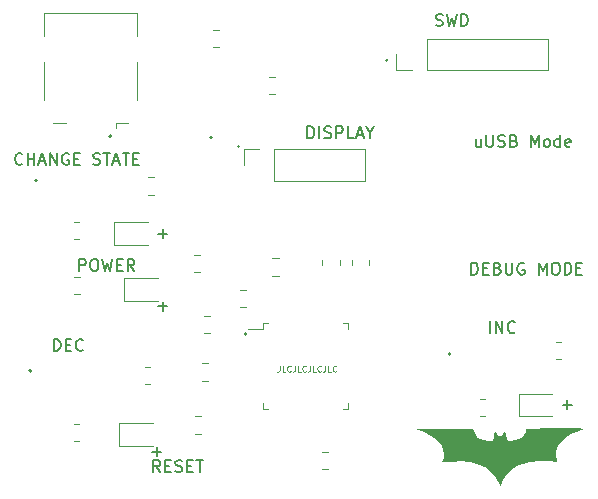
<source format=gbr>
%TF.GenerationSoftware,KiCad,Pcbnew,(6.0.1)*%
%TF.CreationDate,2022-04-19T02:49:18-05:00*%
%TF.ProjectId,pcb_w_STM32F030C8T6,7063625f-775f-4535-944d-333246303330,rev?*%
%TF.SameCoordinates,Original*%
%TF.FileFunction,Legend,Top*%
%TF.FilePolarity,Positive*%
%FSLAX46Y46*%
G04 Gerber Fmt 4.6, Leading zero omitted, Abs format (unit mm)*
G04 Created by KiCad (PCBNEW (6.0.1)) date 2022-04-19 02:49:18*
%MOMM*%
%LPD*%
G01*
G04 APERTURE LIST*
%ADD10C,0.125000*%
%ADD11C,0.150000*%
%ADD12C,0.120000*%
G04 APERTURE END LIST*
D10*
X66915476Y-96976190D02*
X66915476Y-97333333D01*
X66891666Y-97404761D01*
X66844047Y-97452380D01*
X66772619Y-97476190D01*
X66725000Y-97476190D01*
X67391666Y-97476190D02*
X67153571Y-97476190D01*
X67153571Y-96976190D01*
X67844047Y-97428571D02*
X67820238Y-97452380D01*
X67748809Y-97476190D01*
X67701190Y-97476190D01*
X67629761Y-97452380D01*
X67582142Y-97404761D01*
X67558333Y-97357142D01*
X67534523Y-97261904D01*
X67534523Y-97190476D01*
X67558333Y-97095238D01*
X67582142Y-97047619D01*
X67629761Y-97000000D01*
X67701190Y-96976190D01*
X67748809Y-96976190D01*
X67820238Y-97000000D01*
X67844047Y-97023809D01*
X68201190Y-96976190D02*
X68201190Y-97333333D01*
X68177380Y-97404761D01*
X68129761Y-97452380D01*
X68058333Y-97476190D01*
X68010714Y-97476190D01*
X68677380Y-97476190D02*
X68439285Y-97476190D01*
X68439285Y-96976190D01*
X69129761Y-97428571D02*
X69105952Y-97452380D01*
X69034523Y-97476190D01*
X68986904Y-97476190D01*
X68915476Y-97452380D01*
X68867857Y-97404761D01*
X68844047Y-97357142D01*
X68820238Y-97261904D01*
X68820238Y-97190476D01*
X68844047Y-97095238D01*
X68867857Y-97047619D01*
X68915476Y-97000000D01*
X68986904Y-96976190D01*
X69034523Y-96976190D01*
X69105952Y-97000000D01*
X69129761Y-97023809D01*
X69486904Y-96976190D02*
X69486904Y-97333333D01*
X69463095Y-97404761D01*
X69415476Y-97452380D01*
X69344047Y-97476190D01*
X69296428Y-97476190D01*
X69963095Y-97476190D02*
X69725000Y-97476190D01*
X69725000Y-96976190D01*
X70415476Y-97428571D02*
X70391666Y-97452380D01*
X70320238Y-97476190D01*
X70272619Y-97476190D01*
X70201190Y-97452380D01*
X70153571Y-97404761D01*
X70129761Y-97357142D01*
X70105952Y-97261904D01*
X70105952Y-97190476D01*
X70129761Y-97095238D01*
X70153571Y-97047619D01*
X70201190Y-97000000D01*
X70272619Y-96976190D01*
X70320238Y-96976190D01*
X70391666Y-97000000D01*
X70415476Y-97023809D01*
X70772619Y-96976190D02*
X70772619Y-97333333D01*
X70748809Y-97404761D01*
X70701190Y-97452380D01*
X70629761Y-97476190D01*
X70582142Y-97476190D01*
X71248809Y-97476190D02*
X71010714Y-97476190D01*
X71010714Y-96976190D01*
X71701190Y-97428571D02*
X71677380Y-97452380D01*
X71605952Y-97476190D01*
X71558333Y-97476190D01*
X71486904Y-97452380D01*
X71439285Y-97404761D01*
X71415476Y-97357142D01*
X71391666Y-97261904D01*
X71391666Y-97190476D01*
X71415476Y-97095238D01*
X71439285Y-97047619D01*
X71486904Y-97000000D01*
X71558333Y-96976190D01*
X71605952Y-96976190D01*
X71677380Y-97000000D01*
X71701190Y-97023809D01*
D11*
X45903078Y-97400000D02*
G75*
G03*
X45903078Y-97400000I-103078J0D01*
G01*
X81390139Y-95950000D02*
G75*
G03*
X81390139Y-95950000I-90139J0D01*
G01*
X46379057Y-81300000D02*
G75*
G03*
X46379057Y-81300000I-79057J0D01*
G01*
X61145711Y-77650000D02*
G75*
G03*
X61145711Y-77650000I-70711J0D01*
G01*
X56644047Y-91946428D02*
X57405952Y-91946428D01*
X57025000Y-92327380D02*
X57025000Y-91565476D01*
X56119047Y-104271428D02*
X56880952Y-104271428D01*
X56500000Y-104652380D02*
X56500000Y-103890476D01*
X90869047Y-100271428D02*
X91630952Y-100271428D01*
X91250000Y-100652380D02*
X91250000Y-99890476D01*
X56644047Y-85796428D02*
X57405952Y-85796428D01*
X57025000Y-86177380D02*
X57025000Y-85415476D01*
X52640139Y-77525000D02*
G75*
G03*
X52640139Y-77525000I-90139J0D01*
G01*
X63500000Y-78400000D02*
G75*
G03*
X63500000Y-78400000I-75000J0D01*
G01*
X76054057Y-71100000D02*
G75*
G03*
X76054057Y-71100000I-79057J0D01*
G01*
X64075000Y-94275000D02*
G75*
G03*
X64075000Y-94275000I-75000J0D01*
G01*
X84726190Y-94202380D02*
X84726190Y-93202380D01*
X85202380Y-94202380D02*
X85202380Y-93202380D01*
X85773809Y-94202380D01*
X85773809Y-93202380D01*
X86821428Y-94107142D02*
X86773809Y-94154761D01*
X86630952Y-94202380D01*
X86535714Y-94202380D01*
X86392857Y-94154761D01*
X86297619Y-94059523D01*
X86250000Y-93964285D01*
X86202380Y-93773809D01*
X86202380Y-93630952D01*
X86250000Y-93440476D01*
X86297619Y-93345238D01*
X86392857Y-93250000D01*
X86535714Y-93202380D01*
X86630952Y-93202380D01*
X86773809Y-93250000D01*
X86821428Y-93297619D01*
X83928571Y-77785714D02*
X83928571Y-78452380D01*
X83500000Y-77785714D02*
X83500000Y-78309523D01*
X83547619Y-78404761D01*
X83642857Y-78452380D01*
X83785714Y-78452380D01*
X83880952Y-78404761D01*
X83928571Y-78357142D01*
X84404761Y-77452380D02*
X84404761Y-78261904D01*
X84452380Y-78357142D01*
X84500000Y-78404761D01*
X84595238Y-78452380D01*
X84785714Y-78452380D01*
X84880952Y-78404761D01*
X84928571Y-78357142D01*
X84976190Y-78261904D01*
X84976190Y-77452380D01*
X85404761Y-78404761D02*
X85547619Y-78452380D01*
X85785714Y-78452380D01*
X85880952Y-78404761D01*
X85928571Y-78357142D01*
X85976190Y-78261904D01*
X85976190Y-78166666D01*
X85928571Y-78071428D01*
X85880952Y-78023809D01*
X85785714Y-77976190D01*
X85595238Y-77928571D01*
X85500000Y-77880952D01*
X85452380Y-77833333D01*
X85404761Y-77738095D01*
X85404761Y-77642857D01*
X85452380Y-77547619D01*
X85500000Y-77500000D01*
X85595238Y-77452380D01*
X85833333Y-77452380D01*
X85976190Y-77500000D01*
X86738095Y-77928571D02*
X86880952Y-77976190D01*
X86928571Y-78023809D01*
X86976190Y-78119047D01*
X86976190Y-78261904D01*
X86928571Y-78357142D01*
X86880952Y-78404761D01*
X86785714Y-78452380D01*
X86404761Y-78452380D01*
X86404761Y-77452380D01*
X86738095Y-77452380D01*
X86833333Y-77500000D01*
X86880952Y-77547619D01*
X86928571Y-77642857D01*
X86928571Y-77738095D01*
X86880952Y-77833333D01*
X86833333Y-77880952D01*
X86738095Y-77928571D01*
X86404761Y-77928571D01*
X88166666Y-78452380D02*
X88166666Y-77452380D01*
X88500000Y-78166666D01*
X88833333Y-77452380D01*
X88833333Y-78452380D01*
X89452380Y-78452380D02*
X89357142Y-78404761D01*
X89309523Y-78357142D01*
X89261904Y-78261904D01*
X89261904Y-77976190D01*
X89309523Y-77880952D01*
X89357142Y-77833333D01*
X89452380Y-77785714D01*
X89595238Y-77785714D01*
X89690476Y-77833333D01*
X89738095Y-77880952D01*
X89785714Y-77976190D01*
X89785714Y-78261904D01*
X89738095Y-78357142D01*
X89690476Y-78404761D01*
X89595238Y-78452380D01*
X89452380Y-78452380D01*
X90642857Y-78452380D02*
X90642857Y-77452380D01*
X90642857Y-78404761D02*
X90547619Y-78452380D01*
X90357142Y-78452380D01*
X90261904Y-78404761D01*
X90214285Y-78357142D01*
X90166666Y-78261904D01*
X90166666Y-77976190D01*
X90214285Y-77880952D01*
X90261904Y-77833333D01*
X90357142Y-77785714D01*
X90547619Y-77785714D01*
X90642857Y-77833333D01*
X91500000Y-78404761D02*
X91404761Y-78452380D01*
X91214285Y-78452380D01*
X91119047Y-78404761D01*
X91071428Y-78309523D01*
X91071428Y-77928571D01*
X91119047Y-77833333D01*
X91214285Y-77785714D01*
X91404761Y-77785714D01*
X91500000Y-77833333D01*
X91547619Y-77928571D01*
X91547619Y-78023809D01*
X91071428Y-78119047D01*
X56797619Y-105952380D02*
X56464285Y-105476190D01*
X56226190Y-105952380D02*
X56226190Y-104952380D01*
X56607142Y-104952380D01*
X56702380Y-105000000D01*
X56750000Y-105047619D01*
X56797619Y-105142857D01*
X56797619Y-105285714D01*
X56750000Y-105380952D01*
X56702380Y-105428571D01*
X56607142Y-105476190D01*
X56226190Y-105476190D01*
X57226190Y-105428571D02*
X57559523Y-105428571D01*
X57702380Y-105952380D02*
X57226190Y-105952380D01*
X57226190Y-104952380D01*
X57702380Y-104952380D01*
X58083333Y-105904761D02*
X58226190Y-105952380D01*
X58464285Y-105952380D01*
X58559523Y-105904761D01*
X58607142Y-105857142D01*
X58654761Y-105761904D01*
X58654761Y-105666666D01*
X58607142Y-105571428D01*
X58559523Y-105523809D01*
X58464285Y-105476190D01*
X58273809Y-105428571D01*
X58178571Y-105380952D01*
X58130952Y-105333333D01*
X58083333Y-105238095D01*
X58083333Y-105142857D01*
X58130952Y-105047619D01*
X58178571Y-105000000D01*
X58273809Y-104952380D01*
X58511904Y-104952380D01*
X58654761Y-105000000D01*
X59083333Y-105428571D02*
X59416666Y-105428571D01*
X59559523Y-105952380D02*
X59083333Y-105952380D01*
X59083333Y-104952380D01*
X59559523Y-104952380D01*
X59845238Y-104952380D02*
X60416666Y-104952380D01*
X60130952Y-105952380D02*
X60130952Y-104952380D01*
X47785714Y-95702380D02*
X47785714Y-94702380D01*
X48023809Y-94702380D01*
X48166666Y-94750000D01*
X48261904Y-94845238D01*
X48309523Y-94940476D01*
X48357142Y-95130952D01*
X48357142Y-95273809D01*
X48309523Y-95464285D01*
X48261904Y-95559523D01*
X48166666Y-95654761D01*
X48023809Y-95702380D01*
X47785714Y-95702380D01*
X48785714Y-95178571D02*
X49119047Y-95178571D01*
X49261904Y-95702380D02*
X48785714Y-95702380D01*
X48785714Y-94702380D01*
X49261904Y-94702380D01*
X50261904Y-95607142D02*
X50214285Y-95654761D01*
X50071428Y-95702380D01*
X49976190Y-95702380D01*
X49833333Y-95654761D01*
X49738095Y-95559523D01*
X49690476Y-95464285D01*
X49642857Y-95273809D01*
X49642857Y-95130952D01*
X49690476Y-94940476D01*
X49738095Y-94845238D01*
X49833333Y-94750000D01*
X49976190Y-94702380D01*
X50071428Y-94702380D01*
X50214285Y-94750000D01*
X50261904Y-94797619D01*
X80142857Y-68154761D02*
X80285714Y-68202380D01*
X80523809Y-68202380D01*
X80619047Y-68154761D01*
X80666666Y-68107142D01*
X80714285Y-68011904D01*
X80714285Y-67916666D01*
X80666666Y-67821428D01*
X80619047Y-67773809D01*
X80523809Y-67726190D01*
X80333333Y-67678571D01*
X80238095Y-67630952D01*
X80190476Y-67583333D01*
X80142857Y-67488095D01*
X80142857Y-67392857D01*
X80190476Y-67297619D01*
X80238095Y-67250000D01*
X80333333Y-67202380D01*
X80571428Y-67202380D01*
X80714285Y-67250000D01*
X81047619Y-67202380D02*
X81285714Y-68202380D01*
X81476190Y-67488095D01*
X81666666Y-68202380D01*
X81904761Y-67202380D01*
X82285714Y-68202380D02*
X82285714Y-67202380D01*
X82523809Y-67202380D01*
X82666666Y-67250000D01*
X82761904Y-67345238D01*
X82809523Y-67440476D01*
X82857142Y-67630952D01*
X82857142Y-67773809D01*
X82809523Y-67964285D01*
X82761904Y-68059523D01*
X82666666Y-68154761D01*
X82523809Y-68202380D01*
X82285714Y-68202380D01*
X69261904Y-77702380D02*
X69261904Y-76702380D01*
X69500000Y-76702380D01*
X69642857Y-76750000D01*
X69738095Y-76845238D01*
X69785714Y-76940476D01*
X69833333Y-77130952D01*
X69833333Y-77273809D01*
X69785714Y-77464285D01*
X69738095Y-77559523D01*
X69642857Y-77654761D01*
X69500000Y-77702380D01*
X69261904Y-77702380D01*
X70261904Y-77702380D02*
X70261904Y-76702380D01*
X70690476Y-77654761D02*
X70833333Y-77702380D01*
X71071428Y-77702380D01*
X71166666Y-77654761D01*
X71214285Y-77607142D01*
X71261904Y-77511904D01*
X71261904Y-77416666D01*
X71214285Y-77321428D01*
X71166666Y-77273809D01*
X71071428Y-77226190D01*
X70880952Y-77178571D01*
X70785714Y-77130952D01*
X70738095Y-77083333D01*
X70690476Y-76988095D01*
X70690476Y-76892857D01*
X70738095Y-76797619D01*
X70785714Y-76750000D01*
X70880952Y-76702380D01*
X71119047Y-76702380D01*
X71261904Y-76750000D01*
X71690476Y-77702380D02*
X71690476Y-76702380D01*
X72071428Y-76702380D01*
X72166666Y-76750000D01*
X72214285Y-76797619D01*
X72261904Y-76892857D01*
X72261904Y-77035714D01*
X72214285Y-77130952D01*
X72166666Y-77178571D01*
X72071428Y-77226190D01*
X71690476Y-77226190D01*
X73166666Y-77702380D02*
X72690476Y-77702380D01*
X72690476Y-76702380D01*
X73452380Y-77416666D02*
X73928571Y-77416666D01*
X73357142Y-77702380D02*
X73690476Y-76702380D01*
X74023809Y-77702380D01*
X74547619Y-77226190D02*
X74547619Y-77702380D01*
X74214285Y-76702380D02*
X74547619Y-77226190D01*
X74880952Y-76702380D01*
X49940476Y-88952380D02*
X49940476Y-87952380D01*
X50321428Y-87952380D01*
X50416666Y-88000000D01*
X50464285Y-88047619D01*
X50511904Y-88142857D01*
X50511904Y-88285714D01*
X50464285Y-88380952D01*
X50416666Y-88428571D01*
X50321428Y-88476190D01*
X49940476Y-88476190D01*
X51130952Y-87952380D02*
X51321428Y-87952380D01*
X51416666Y-88000000D01*
X51511904Y-88095238D01*
X51559523Y-88285714D01*
X51559523Y-88619047D01*
X51511904Y-88809523D01*
X51416666Y-88904761D01*
X51321428Y-88952380D01*
X51130952Y-88952380D01*
X51035714Y-88904761D01*
X50940476Y-88809523D01*
X50892857Y-88619047D01*
X50892857Y-88285714D01*
X50940476Y-88095238D01*
X51035714Y-88000000D01*
X51130952Y-87952380D01*
X51892857Y-87952380D02*
X52130952Y-88952380D01*
X52321428Y-88238095D01*
X52511904Y-88952380D01*
X52750000Y-87952380D01*
X53130952Y-88428571D02*
X53464285Y-88428571D01*
X53607142Y-88952380D02*
X53130952Y-88952380D01*
X53130952Y-87952380D01*
X53607142Y-87952380D01*
X54607142Y-88952380D02*
X54273809Y-88476190D01*
X54035714Y-88952380D02*
X54035714Y-87952380D01*
X54416666Y-87952380D01*
X54511904Y-88000000D01*
X54559523Y-88047619D01*
X54607142Y-88142857D01*
X54607142Y-88285714D01*
X54559523Y-88380952D01*
X54511904Y-88428571D01*
X54416666Y-88476190D01*
X54035714Y-88476190D01*
X83133333Y-89252380D02*
X83133333Y-88252380D01*
X83371428Y-88252380D01*
X83514285Y-88300000D01*
X83609523Y-88395238D01*
X83657142Y-88490476D01*
X83704761Y-88680952D01*
X83704761Y-88823809D01*
X83657142Y-89014285D01*
X83609523Y-89109523D01*
X83514285Y-89204761D01*
X83371428Y-89252380D01*
X83133333Y-89252380D01*
X84133333Y-88728571D02*
X84466666Y-88728571D01*
X84609523Y-89252380D02*
X84133333Y-89252380D01*
X84133333Y-88252380D01*
X84609523Y-88252380D01*
X85371428Y-88728571D02*
X85514285Y-88776190D01*
X85561904Y-88823809D01*
X85609523Y-88919047D01*
X85609523Y-89061904D01*
X85561904Y-89157142D01*
X85514285Y-89204761D01*
X85419047Y-89252380D01*
X85038095Y-89252380D01*
X85038095Y-88252380D01*
X85371428Y-88252380D01*
X85466666Y-88300000D01*
X85514285Y-88347619D01*
X85561904Y-88442857D01*
X85561904Y-88538095D01*
X85514285Y-88633333D01*
X85466666Y-88680952D01*
X85371428Y-88728571D01*
X85038095Y-88728571D01*
X86038095Y-88252380D02*
X86038095Y-89061904D01*
X86085714Y-89157142D01*
X86133333Y-89204761D01*
X86228571Y-89252380D01*
X86419047Y-89252380D01*
X86514285Y-89204761D01*
X86561904Y-89157142D01*
X86609523Y-89061904D01*
X86609523Y-88252380D01*
X87609523Y-88300000D02*
X87514285Y-88252380D01*
X87371428Y-88252380D01*
X87228571Y-88300000D01*
X87133333Y-88395238D01*
X87085714Y-88490476D01*
X87038095Y-88680952D01*
X87038095Y-88823809D01*
X87085714Y-89014285D01*
X87133333Y-89109523D01*
X87228571Y-89204761D01*
X87371428Y-89252380D01*
X87466666Y-89252380D01*
X87609523Y-89204761D01*
X87657142Y-89157142D01*
X87657142Y-88823809D01*
X87466666Y-88823809D01*
X88847619Y-89252380D02*
X88847619Y-88252380D01*
X89180952Y-88966666D01*
X89514285Y-88252380D01*
X89514285Y-89252380D01*
X90180952Y-88252380D02*
X90371428Y-88252380D01*
X90466666Y-88300000D01*
X90561904Y-88395238D01*
X90609523Y-88585714D01*
X90609523Y-88919047D01*
X90561904Y-89109523D01*
X90466666Y-89204761D01*
X90371428Y-89252380D01*
X90180952Y-89252380D01*
X90085714Y-89204761D01*
X89990476Y-89109523D01*
X89942857Y-88919047D01*
X89942857Y-88585714D01*
X89990476Y-88395238D01*
X90085714Y-88300000D01*
X90180952Y-88252380D01*
X91038095Y-89252380D02*
X91038095Y-88252380D01*
X91276190Y-88252380D01*
X91419047Y-88300000D01*
X91514285Y-88395238D01*
X91561904Y-88490476D01*
X91609523Y-88680952D01*
X91609523Y-88823809D01*
X91561904Y-89014285D01*
X91514285Y-89109523D01*
X91419047Y-89204761D01*
X91276190Y-89252380D01*
X91038095Y-89252380D01*
X92038095Y-88728571D02*
X92371428Y-88728571D01*
X92514285Y-89252380D02*
X92038095Y-89252380D01*
X92038095Y-88252380D01*
X92514285Y-88252380D01*
X45130952Y-79857142D02*
X45083333Y-79904761D01*
X44940476Y-79952380D01*
X44845238Y-79952380D01*
X44702380Y-79904761D01*
X44607142Y-79809523D01*
X44559523Y-79714285D01*
X44511904Y-79523809D01*
X44511904Y-79380952D01*
X44559523Y-79190476D01*
X44607142Y-79095238D01*
X44702380Y-79000000D01*
X44845238Y-78952380D01*
X44940476Y-78952380D01*
X45083333Y-79000000D01*
X45130952Y-79047619D01*
X45559523Y-79952380D02*
X45559523Y-78952380D01*
X45559523Y-79428571D02*
X46130952Y-79428571D01*
X46130952Y-79952380D02*
X46130952Y-78952380D01*
X46559523Y-79666666D02*
X47035714Y-79666666D01*
X46464285Y-79952380D02*
X46797619Y-78952380D01*
X47130952Y-79952380D01*
X47464285Y-79952380D02*
X47464285Y-78952380D01*
X48035714Y-79952380D01*
X48035714Y-78952380D01*
X49035714Y-79000000D02*
X48940476Y-78952380D01*
X48797619Y-78952380D01*
X48654761Y-79000000D01*
X48559523Y-79095238D01*
X48511904Y-79190476D01*
X48464285Y-79380952D01*
X48464285Y-79523809D01*
X48511904Y-79714285D01*
X48559523Y-79809523D01*
X48654761Y-79904761D01*
X48797619Y-79952380D01*
X48892857Y-79952380D01*
X49035714Y-79904761D01*
X49083333Y-79857142D01*
X49083333Y-79523809D01*
X48892857Y-79523809D01*
X49511904Y-79428571D02*
X49845238Y-79428571D01*
X49988095Y-79952380D02*
X49511904Y-79952380D01*
X49511904Y-78952380D01*
X49988095Y-78952380D01*
X51130952Y-79904761D02*
X51273809Y-79952380D01*
X51511904Y-79952380D01*
X51607142Y-79904761D01*
X51654761Y-79857142D01*
X51702380Y-79761904D01*
X51702380Y-79666666D01*
X51654761Y-79571428D01*
X51607142Y-79523809D01*
X51511904Y-79476190D01*
X51321428Y-79428571D01*
X51226190Y-79380952D01*
X51178571Y-79333333D01*
X51130952Y-79238095D01*
X51130952Y-79142857D01*
X51178571Y-79047619D01*
X51226190Y-79000000D01*
X51321428Y-78952380D01*
X51559523Y-78952380D01*
X51702380Y-79000000D01*
X51988095Y-78952380D02*
X52559523Y-78952380D01*
X52273809Y-79952380D02*
X52273809Y-78952380D01*
X52845238Y-79666666D02*
X53321428Y-79666666D01*
X52750000Y-79952380D02*
X53083333Y-78952380D01*
X53416666Y-79952380D01*
X53607142Y-78952380D02*
X54178571Y-78952380D01*
X53892857Y-79952380D02*
X53892857Y-78952380D01*
X54511904Y-79428571D02*
X54845238Y-79428571D01*
X54988095Y-79952380D02*
X54511904Y-79952380D01*
X54511904Y-78952380D01*
X54988095Y-78952380D01*
D12*
%TO.C,R9*%
X55472936Y-97065000D02*
X55927064Y-97065000D01*
X55472936Y-98535000D02*
X55927064Y-98535000D01*
%TO.C,R8*%
X90272936Y-94965000D02*
X90727064Y-94965000D01*
X90272936Y-96435000D02*
X90727064Y-96435000D01*
%TO.C,R7*%
X55772936Y-81015000D02*
X56227064Y-81015000D01*
X55772936Y-82485000D02*
X56227064Y-82485000D01*
%TO.C,R6*%
X49472936Y-101865000D02*
X49927064Y-101865000D01*
X49472936Y-103335000D02*
X49927064Y-103335000D01*
%TO.C,R5*%
X83847936Y-99765000D02*
X84302064Y-99765000D01*
X83847936Y-101235000D02*
X84302064Y-101235000D01*
%TO.C,R4*%
X49472936Y-84765000D02*
X49927064Y-84765000D01*
X49472936Y-86235000D02*
X49927064Y-86235000D01*
%TO.C,R3*%
X49510436Y-89465000D02*
X49964564Y-89465000D01*
X49510436Y-90935000D02*
X49964564Y-90935000D01*
%TO.C,R2*%
X70515000Y-88477064D02*
X70515000Y-88022936D01*
X71985000Y-88477064D02*
X71985000Y-88022936D01*
%TO.C,R1*%
X73015000Y-88477064D02*
X73015000Y-88022936D01*
X74485000Y-88477064D02*
X74485000Y-88022936D01*
%TO.C,D4*%
X53302500Y-101840000D02*
X53302500Y-103760000D01*
X56162500Y-101840000D02*
X53302500Y-101840000D01*
X53302500Y-103760000D02*
X56162500Y-103760000D01*
%TO.C,D3*%
X87140000Y-99340000D02*
X87140000Y-101260000D01*
X90000000Y-99340000D02*
X87140000Y-99340000D01*
X87140000Y-101260000D02*
X90000000Y-101260000D01*
%TO.C,D2*%
X52890000Y-84790000D02*
X52890000Y-86710000D01*
X55750000Y-84790000D02*
X52890000Y-84790000D01*
X52890000Y-86710000D02*
X55750000Y-86710000D01*
%TO.C,D1*%
X53740000Y-89540000D02*
X53740000Y-91460000D01*
X56600000Y-89540000D02*
X53740000Y-89540000D01*
X53740000Y-91460000D02*
X56600000Y-91460000D01*
%TO.C,C9*%
X65988748Y-72515000D02*
X66511252Y-72515000D01*
X65988748Y-73985000D02*
X66511252Y-73985000D01*
%TO.C,C8*%
X61238748Y-68515000D02*
X61761252Y-68515000D01*
X61238748Y-69985000D02*
X61761252Y-69985000D01*
%TO.C,C7*%
X63538748Y-90515000D02*
X64061252Y-90515000D01*
X63538748Y-91985000D02*
X64061252Y-91985000D01*
%TO.C,C6*%
X66288748Y-87865000D02*
X66811252Y-87865000D01*
X66288748Y-89335000D02*
X66811252Y-89335000D01*
%TO.C,C5*%
X59738748Y-101265000D02*
X60261252Y-101265000D01*
X59738748Y-102735000D02*
X60261252Y-102735000D01*
%TO.C,C4*%
X60488748Y-92765000D02*
X61011252Y-92765000D01*
X60488748Y-94235000D02*
X61011252Y-94235000D01*
%TO.C,C3*%
X60338748Y-96765000D02*
X60861252Y-96765000D01*
X60338748Y-98235000D02*
X60861252Y-98235000D01*
%TO.C,C2*%
X59638748Y-87565000D02*
X60161252Y-87565000D01*
X59638748Y-89035000D02*
X60161252Y-89035000D01*
%TO.C,C1*%
X70488748Y-104265000D02*
X71011252Y-104265000D01*
X70488748Y-105735000D02*
X71011252Y-105735000D01*
%TO.C,G\u002A\u002A\u002A*%
G36*
X92000938Y-102269151D02*
G01*
X92333113Y-102281487D01*
X92532955Y-102302183D01*
X92605706Y-102331541D01*
X92556609Y-102369862D01*
X92423629Y-102409550D01*
X92240055Y-102472837D01*
X91982927Y-102582746D01*
X91757453Y-102690906D01*
X91182164Y-103031176D01*
X90755367Y-103396696D01*
X90473322Y-103793223D01*
X90332291Y-104226513D01*
X90328535Y-104702321D01*
X90353277Y-104852522D01*
X90385296Y-105039000D01*
X90362796Y-105110669D01*
X90261948Y-105103093D01*
X90196570Y-105086427D01*
X89943626Y-105048566D01*
X89583090Y-105030639D01*
X89159357Y-105031259D01*
X88716821Y-105049037D01*
X88299877Y-105082584D01*
X87952919Y-105130514D01*
X87813892Y-105160926D01*
X87150187Y-105400470D01*
X86585823Y-105736155D01*
X86132154Y-106158063D01*
X85800538Y-106656274D01*
X85643840Y-107056265D01*
X85599419Y-107185127D01*
X85564126Y-107174996D01*
X85531061Y-107094634D01*
X85249235Y-106492997D01*
X84888210Y-106009726D01*
X84432357Y-105631132D01*
X83866049Y-105343524D01*
X83338363Y-105173745D01*
X83077040Y-105117259D01*
X82790777Y-105082783D01*
X82442206Y-105068006D01*
X81993959Y-105070612D01*
X81765684Y-105076372D01*
X80686317Y-105107869D01*
X80790861Y-104804427D01*
X80853788Y-104400971D01*
X80770286Y-103999991D01*
X80547281Y-103610009D01*
X80191699Y-103239545D01*
X79710466Y-102897120D01*
X79110510Y-102591254D01*
X78931455Y-102516991D01*
X78394295Y-102303844D01*
X80869068Y-102301203D01*
X81607060Y-102302079D01*
X82201000Y-102306659D01*
X82660276Y-102315264D01*
X82994272Y-102328216D01*
X83212376Y-102345837D01*
X83323972Y-102368448D01*
X83343842Y-102386078D01*
X83376071Y-102502070D01*
X83457895Y-102697370D01*
X83511325Y-102808947D01*
X83616890Y-102989694D01*
X83742666Y-103116458D01*
X83921643Y-103205493D01*
X84186813Y-103273058D01*
X84571165Y-103335406D01*
X84583245Y-103337133D01*
X84780855Y-103360598D01*
X84903034Y-103342283D01*
X84976730Y-103253652D01*
X85028893Y-103066168D01*
X85074877Y-102816537D01*
X85131588Y-102604671D01*
X85196402Y-102537812D01*
X85261967Y-102619183D01*
X85293782Y-102720616D01*
X85366786Y-102863754D01*
X85519402Y-102911167D01*
X85569219Y-102912459D01*
X85746658Y-102881163D01*
X85832641Y-102762391D01*
X85844656Y-102720616D01*
X85907598Y-102561235D01*
X85973293Y-102550206D01*
X86034102Y-102682758D01*
X86070118Y-102861395D01*
X86116172Y-103123989D01*
X86179882Y-103275758D01*
X86295832Y-103338023D01*
X86498606Y-103332107D01*
X86764509Y-103289492D01*
X87207880Y-103164312D01*
X87521110Y-102963564D01*
X87710063Y-102682795D01*
X87754296Y-102537571D01*
X87802014Y-102320311D01*
X90157973Y-102279290D01*
X90918611Y-102268354D01*
X91531185Y-102264874D01*
X92000938Y-102269151D01*
G37*
%TO.C,J2*%
X79395000Y-69270000D02*
X89615000Y-69270000D01*
X76795000Y-71930000D02*
X76795000Y-70600000D01*
X79395000Y-71930000D02*
X89615000Y-71930000D01*
X89615000Y-71930000D02*
X89615000Y-69270000D01*
X79395000Y-71930000D02*
X79395000Y-69270000D01*
X78125000Y-71930000D02*
X76795000Y-71930000D01*
%TO.C,J3*%
X54810000Y-67090000D02*
X54810000Y-69040000D01*
X46990000Y-67090000D02*
X46990000Y-69040000D01*
X54090000Y-76410000D02*
X53010000Y-76410000D01*
X48790000Y-76410000D02*
X47710000Y-76410000D01*
X54810000Y-71260000D02*
X54810000Y-74490000D01*
X46990000Y-67090000D02*
X54810000Y-67090000D01*
X46990000Y-71260000D02*
X46990000Y-74490000D01*
X53010000Y-76410000D02*
X53010000Y-76840000D01*
%TO.C,J1*%
X63870000Y-79975000D02*
X63870000Y-78645000D01*
X63870000Y-78645000D02*
X65200000Y-78645000D01*
X66470000Y-81305000D02*
X74150000Y-81305000D01*
X66470000Y-81305000D02*
X66470000Y-78645000D01*
X66470000Y-78645000D02*
X74150000Y-78645000D01*
X74150000Y-81305000D02*
X74150000Y-78645000D01*
%TO.C,U1*%
X72260000Y-93390000D02*
X72710000Y-93390000D01*
X65490000Y-100610000D02*
X65490000Y-100160000D01*
X65490000Y-93390000D02*
X65490000Y-93840000D01*
X72260000Y-100610000D02*
X72710000Y-100610000D01*
X72710000Y-100610000D02*
X72710000Y-100160000D01*
X65940000Y-93390000D02*
X65490000Y-93390000D01*
X65940000Y-100610000D02*
X65490000Y-100610000D01*
X65490000Y-93840000D02*
X64200000Y-93840000D01*
X72710000Y-93390000D02*
X72710000Y-93840000D01*
%TD*%
M02*

</source>
